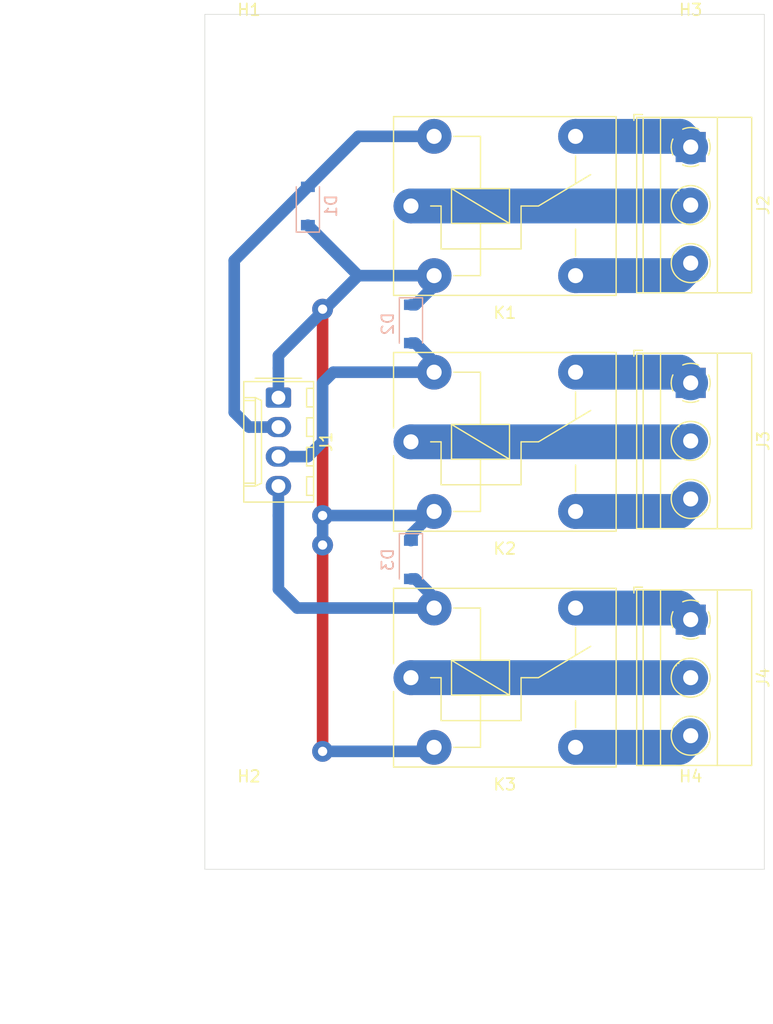
<source format=kicad_pcb>
(kicad_pcb (version 20171130) (host pcbnew 5.1.10-88a1d61d58~90~ubuntu20.04.1)

  (general
    (thickness 1.6)
    (drawings 21)
    (tracks 61)
    (zones 0)
    (modules 14)
    (nets 14)
  )

  (page A4)
  (layers
    (0 F.Cu signal)
    (31 B.Cu signal)
    (32 B.Adhes user)
    (33 F.Adhes user)
    (34 B.Paste user)
    (35 F.Paste user)
    (36 B.SilkS user)
    (37 F.SilkS user)
    (38 B.Mask user)
    (39 F.Mask user)
    (40 Dwgs.User user)
    (41 Cmts.User user)
    (42 Eco1.User user)
    (43 Eco2.User user)
    (44 Edge.Cuts user)
    (45 Margin user)
    (46 B.CrtYd user)
    (47 F.CrtYd user)
    (48 B.Fab user)
    (49 F.Fab user)
  )

  (setup
    (last_trace_width 1)
    (user_trace_width 0.8)
    (user_trace_width 1)
    (user_trace_width 1.5)
    (user_trace_width 3)
    (trace_clearance 0.4)
    (zone_clearance 0.508)
    (zone_45_only no)
    (trace_min 0.8)
    (via_size 1.2)
    (via_drill 0.8)
    (via_min_size 1)
    (via_min_drill 0.8)
    (user_via 1.8 0.8)
    (user_via 2.2 1)
    (uvia_size 0.3)
    (uvia_drill 0.1)
    (uvias_allowed no)
    (uvia_min_size 0.2)
    (uvia_min_drill 0.1)
    (edge_width 0.05)
    (segment_width 0.2)
    (pcb_text_width 0.3)
    (pcb_text_size 1.5 1.5)
    (mod_edge_width 0.12)
    (mod_text_size 1 1)
    (mod_text_width 0.15)
    (pad_size 1.524 1.524)
    (pad_drill 0.762)
    (pad_to_mask_clearance 0)
    (aux_axis_origin 76.2 127)
    (grid_origin 76.2 127)
    (visible_elements FFFFFF7F)
    (pcbplotparams
      (layerselection 0x01000_fffffffe)
      (usegerberextensions false)
      (usegerberattributes true)
      (usegerberadvancedattributes true)
      (creategerberjobfile true)
      (excludeedgelayer true)
      (linewidth 0.100000)
      (plotframeref false)
      (viasonmask false)
      (mode 1)
      (useauxorigin true)
      (hpglpennumber 1)
      (hpglpenspeed 20)
      (hpglpendiameter 15.000000)
      (psnegative false)
      (psa4output false)
      (plotreference true)
      (plotvalue true)
      (plotinvisibletext false)
      (padsonsilk false)
      (subtractmaskfromsilk false)
      (outputformat 1)
      (mirror false)
      (drillshape 0)
      (scaleselection 1)
      (outputdirectory "gerber/"))
  )

  (net 0 "")
  (net 1 "Net-(D1-Pad2)")
  (net 2 VCC)
  (net 3 "Net-(D2-Pad2)")
  (net 4 "Net-(D3-Pad2)")
  (net 5 "Net-(J2-Pad3)")
  (net 6 "Net-(J2-Pad2)")
  (net 7 "Net-(J2-Pad1)")
  (net 8 "Net-(J3-Pad3)")
  (net 9 "Net-(J3-Pad2)")
  (net 10 "Net-(J3-Pad1)")
  (net 11 "Net-(J4-Pad3)")
  (net 12 "Net-(J4-Pad2)")
  (net 13 "Net-(J4-Pad1)")

  (net_class Default "This is the default net class."
    (clearance 0.4)
    (trace_width 1)
    (via_dia 1.2)
    (via_drill 0.8)
    (uvia_dia 0.3)
    (uvia_drill 0.1)
    (diff_pair_width 0.8)
    (diff_pair_gap 0.25)
    (add_net "Net-(D1-Pad2)")
    (add_net "Net-(D2-Pad2)")
    (add_net "Net-(D3-Pad2)")
    (add_net "Net-(J2-Pad1)")
    (add_net "Net-(J2-Pad2)")
    (add_net "Net-(J2-Pad3)")
    (add_net "Net-(J3-Pad1)")
    (add_net "Net-(J3-Pad2)")
    (add_net "Net-(J3-Pad3)")
    (add_net "Net-(J4-Pad1)")
    (add_net "Net-(J4-Pad2)")
    (add_net "Net-(J4-Pad3)")
    (add_net VCC)
  )

  (module MountingHole:MountingHole_3.2mm_M3 (layer F.Cu) (tedit 56D1B4CB) (tstamp 63DED4C2)
    (at 118.11 123.19)
    (descr "Mounting Hole 3.2mm, no annular, M3")
    (tags "mounting hole 3.2mm no annular m3")
    (path /63EBA2C9)
    (attr virtual)
    (fp_text reference H4 (at 0 -4.2) (layer F.SilkS)
      (effects (font (size 1 1) (thickness 0.15)))
    )
    (fp_text value MountingHole (at 0 4.2) (layer F.Fab)
      (effects (font (size 1 1) (thickness 0.15)))
    )
    (fp_circle (center 0 0) (end 3.45 0) (layer F.CrtYd) (width 0.05))
    (fp_circle (center 0 0) (end 3.2 0) (layer Cmts.User) (width 0.15))
    (fp_text user %R (at 0.3 0) (layer F.Fab)
      (effects (font (size 1 1) (thickness 0.15)))
    )
    (pad 1 np_thru_hole circle (at 0 0) (size 3.2 3.2) (drill 3.2) (layers *.Cu *.Mask))
  )

  (module MountingHole:MountingHole_3.2mm_M3 (layer F.Cu) (tedit 56D1B4CB) (tstamp 63DED4BA)
    (at 118.11 57.15)
    (descr "Mounting Hole 3.2mm, no annular, M3")
    (tags "mounting hole 3.2mm no annular m3")
    (path /63EB9C70)
    (attr virtual)
    (fp_text reference H3 (at 0 -4.2) (layer F.SilkS)
      (effects (font (size 1 1) (thickness 0.15)))
    )
    (fp_text value MountingHole (at 0 4.2) (layer F.Fab)
      (effects (font (size 1 1) (thickness 0.15)))
    )
    (fp_circle (center 0 0) (end 3.45 0) (layer F.CrtYd) (width 0.05))
    (fp_circle (center 0 0) (end 3.2 0) (layer Cmts.User) (width 0.15))
    (fp_text user %R (at 0.3 0) (layer F.Fab)
      (effects (font (size 1 1) (thickness 0.15)))
    )
    (pad 1 np_thru_hole circle (at 0 0) (size 3.2 3.2) (drill 3.2) (layers *.Cu *.Mask))
  )

  (module MountingHole:MountingHole_3.2mm_M3 (layer F.Cu) (tedit 56D1B4CB) (tstamp 63DED4B2)
    (at 80.01 123.19)
    (descr "Mounting Hole 3.2mm, no annular, M3")
    (tags "mounting hole 3.2mm no annular m3")
    (path /63EB9EFC)
    (attr virtual)
    (fp_text reference H2 (at 0 -4.2) (layer F.SilkS)
      (effects (font (size 1 1) (thickness 0.15)))
    )
    (fp_text value MountingHole (at 0 4.2) (layer F.Fab)
      (effects (font (size 1 1) (thickness 0.15)))
    )
    (fp_circle (center 0 0) (end 3.45 0) (layer F.CrtYd) (width 0.05))
    (fp_circle (center 0 0) (end 3.2 0) (layer Cmts.User) (width 0.15))
    (fp_text user %R (at 0.3 0) (layer F.Fab)
      (effects (font (size 1 1) (thickness 0.15)))
    )
    (pad 1 np_thru_hole circle (at 0 0) (size 3.2 3.2) (drill 3.2) (layers *.Cu *.Mask))
  )

  (module MountingHole:MountingHole_3.2mm_M3 (layer F.Cu) (tedit 56D1B4CB) (tstamp 63DED4AA)
    (at 80.01 57.15)
    (descr "Mounting Hole 3.2mm, no annular, M3")
    (tags "mounting hole 3.2mm no annular m3")
    (path /63EB914A)
    (attr virtual)
    (fp_text reference H1 (at 0 -4.2) (layer F.SilkS)
      (effects (font (size 1 1) (thickness 0.15)))
    )
    (fp_text value MountingHole (at 0 4.2) (layer F.Fab)
      (effects (font (size 1 1) (thickness 0.15)))
    )
    (fp_circle (center 0 0) (end 3.45 0) (layer F.CrtYd) (width 0.05))
    (fp_circle (center 0 0) (end 3.2 0) (layer Cmts.User) (width 0.15))
    (fp_text user %R (at 0.3 0) (layer F.Fab)
      (effects (font (size 1 1) (thickness 0.15)))
    )
    (pad 1 np_thru_hole circle (at 0 0) (size 3.2 3.2) (drill 3.2) (layers *.Cu *.Mask))
  )

  (module Relay_THT:Relay_SPDT_Finder_36.11 (layer F.Cu) (tedit 5D3F5A07) (tstamp 63DECEAD)
    (at 93.98 110.49)
    (descr "FINDER 36.11, SPDT relay, 10A, https://gfinder.findernet.com/public/attachments/36/EN/S36EN.pdf")
    (tags "spdt relay")
    (path /63E821CD)
    (fp_text reference K3 (at 8.1 9.2) (layer F.SilkS)
      (effects (font (size 1 1) (thickness 0.15)))
    )
    (fp_text value LEG-12F (at 8 -9.6) (layer F.Fab)
      (effects (font (size 1 1) (thickness 0.15)))
    )
    (fp_line (start 8.5 1.5) (end 3.5 1.5) (layer F.SilkS) (width 0.12))
    (fp_line (start 8.5 -1.5) (end 8.5 1.5) (layer F.SilkS) (width 0.12))
    (fp_line (start 3.5 -1.5) (end 8.5 -1.5) (layer F.SilkS) (width 0.12))
    (fp_line (start 3.5 1.5) (end 3.5 -1.5) (layer F.SilkS) (width 0.12))
    (fp_line (start 8.5 1.5) (end 3.5 -1.5) (layer F.SilkS) (width 0.12))
    (fp_line (start 6 1.5) (end 6 6) (layer F.SilkS) (width 0.12))
    (fp_line (start 6 -6) (end 6 -1.5) (layer F.SilkS) (width 0.12))
    (fp_line (start 2.6 0) (end 2.6 3.7) (layer F.SilkS) (width 0.12))
    (fp_line (start 9.5 0) (end 9.5 3.7) (layer F.SilkS) (width 0.12))
    (fp_line (start 9.5 3.7) (end 2.6 3.7) (layer F.SilkS) (width 0.12))
    (fp_line (start 11 0) (end 15.5 -2.7) (layer F.SilkS) (width 0.12))
    (fp_line (start 9.5 0) (end 11 0) (layer F.SilkS) (width 0.12))
    (fp_line (start 6 -6) (end 3.7 -6) (layer F.SilkS) (width 0.12))
    (fp_line (start 2.6 0) (end 1.7 0) (layer F.SilkS) (width 0.12))
    (fp_line (start 3.7 6) (end 6 6) (layer F.SilkS) (width 0.12))
    (fp_line (start 14.2 -4.3) (end 14.2 -2) (layer F.SilkS) (width 0.12))
    (fp_line (start 14.2 4.3) (end 14.2 2) (layer F.SilkS) (width 0.12))
    (fp_line (start -1.75 7.85) (end 17.85 7.85) (layer F.CrtYd) (width 0.05))
    (fp_line (start 17.85 -7.85) (end 17.85 7.85) (layer F.CrtYd) (width 0.05))
    (fp_line (start -1.75 7.85) (end -1.75 -7.85) (layer F.CrtYd) (width 0.05))
    (fp_line (start 17.85 -7.85) (end -1.75 -7.85) (layer F.CrtYd) (width 0.05))
    (fp_line (start -1.4 7.6) (end -1.4 -7.6) (layer F.Fab) (width 0.1))
    (fp_line (start 17.6 7.6) (end -1.4 7.6) (layer F.Fab) (width 0.1))
    (fp_line (start 17.6 -7.6) (end 17.6 7.6) (layer F.Fab) (width 0.1))
    (fp_line (start -1.4 -7.6) (end 17.6 -7.6) (layer F.Fab) (width 0.1))
    (fp_line (start 17.7 7.7) (end -1.5 7.7) (layer F.SilkS) (width 0.12))
    (fp_line (start 17.7 -7.7) (end 17.7 7.7) (layer F.SilkS) (width 0.12))
    (fp_line (start -1.5 -7.7) (end 17.7 -7.7) (layer F.SilkS) (width 0.12))
    (fp_line (start -1.5 -7.7) (end -1.5 -1.2) (layer F.SilkS) (width 0.12))
    (fp_line (start -1.5 1.2) (end -1.5 7.7) (layer F.SilkS) (width 0.12))
    (fp_text user %R (at 7.1 0.025) (layer F.Fab)
      (effects (font (size 1 1) (thickness 0.15)))
    )
    (pad 11 thru_hole circle (at 0 0) (size 3 3) (drill 1.3) (layers *.Cu *.Mask)
      (net 12 "Net-(J4-Pad2)"))
    (pad A2 thru_hole circle (at 2 -6) (size 3 3) (drill 1.3) (layers *.Cu *.Mask)
      (net 4 "Net-(D3-Pad2)"))
    (pad 12 thru_hole circle (at 14.2 -6) (size 3 3) (drill 1.3) (layers *.Cu *.Mask)
      (net 13 "Net-(J4-Pad1)"))
    (pad 14 thru_hole circle (at 14.2 6) (size 3 3) (drill 1.3) (layers *.Cu *.Mask)
      (net 11 "Net-(J4-Pad3)"))
    (pad A1 thru_hole circle (at 2 6) (size 3 3) (drill 1.3) (layers *.Cu *.Mask)
      (net 2 VCC))
    (model ${KISYS3DMOD}/Relay_THT.3dshapes/Relay_SPDT_Finder_36.11.wrl
      (at (xyz 0 0 0))
      (scale (xyz 1 1 1))
      (rotate (xyz 0 0 0))
    )
  )

  (module Relay_THT:Relay_SPDT_Finder_36.11 (layer F.Cu) (tedit 5D3F5A07) (tstamp 63DECBEC)
    (at 93.98 90.17)
    (descr "FINDER 36.11, SPDT relay, 10A, https://gfinder.findernet.com/public/attachments/36/EN/S36EN.pdf")
    (tags "spdt relay")
    (path /63E800E6)
    (fp_text reference K2 (at 8.1 9.2) (layer F.SilkS)
      (effects (font (size 1 1) (thickness 0.15)))
    )
    (fp_text value LEG-12F (at 8 -9.6) (layer F.Fab)
      (effects (font (size 1 1) (thickness 0.15)))
    )
    (fp_line (start 8.5 1.5) (end 3.5 1.5) (layer F.SilkS) (width 0.12))
    (fp_line (start 8.5 -1.5) (end 8.5 1.5) (layer F.SilkS) (width 0.12))
    (fp_line (start 3.5 -1.5) (end 8.5 -1.5) (layer F.SilkS) (width 0.12))
    (fp_line (start 3.5 1.5) (end 3.5 -1.5) (layer F.SilkS) (width 0.12))
    (fp_line (start 8.5 1.5) (end 3.5 -1.5) (layer F.SilkS) (width 0.12))
    (fp_line (start 6 1.5) (end 6 6) (layer F.SilkS) (width 0.12))
    (fp_line (start 6 -6) (end 6 -1.5) (layer F.SilkS) (width 0.12))
    (fp_line (start 2.6 0) (end 2.6 3.7) (layer F.SilkS) (width 0.12))
    (fp_line (start 9.5 0) (end 9.5 3.7) (layer F.SilkS) (width 0.12))
    (fp_line (start 9.5 3.7) (end 2.6 3.7) (layer F.SilkS) (width 0.12))
    (fp_line (start 11 0) (end 15.5 -2.7) (layer F.SilkS) (width 0.12))
    (fp_line (start 9.5 0) (end 11 0) (layer F.SilkS) (width 0.12))
    (fp_line (start 6 -6) (end 3.7 -6) (layer F.SilkS) (width 0.12))
    (fp_line (start 2.6 0) (end 1.7 0) (layer F.SilkS) (width 0.12))
    (fp_line (start 3.7 6) (end 6 6) (layer F.SilkS) (width 0.12))
    (fp_line (start 14.2 -4.3) (end 14.2 -2) (layer F.SilkS) (width 0.12))
    (fp_line (start 14.2 4.3) (end 14.2 2) (layer F.SilkS) (width 0.12))
    (fp_line (start -1.75 7.85) (end 17.85 7.85) (layer F.CrtYd) (width 0.05))
    (fp_line (start 17.85 -7.85) (end 17.85 7.85) (layer F.CrtYd) (width 0.05))
    (fp_line (start -1.75 7.85) (end -1.75 -7.85) (layer F.CrtYd) (width 0.05))
    (fp_line (start 17.85 -7.85) (end -1.75 -7.85) (layer F.CrtYd) (width 0.05))
    (fp_line (start -1.4 7.6) (end -1.4 -7.6) (layer F.Fab) (width 0.1))
    (fp_line (start 17.6 7.6) (end -1.4 7.6) (layer F.Fab) (width 0.1))
    (fp_line (start 17.6 -7.6) (end 17.6 7.6) (layer F.Fab) (width 0.1))
    (fp_line (start -1.4 -7.6) (end 17.6 -7.6) (layer F.Fab) (width 0.1))
    (fp_line (start 17.7 7.7) (end -1.5 7.7) (layer F.SilkS) (width 0.12))
    (fp_line (start 17.7 -7.7) (end 17.7 7.7) (layer F.SilkS) (width 0.12))
    (fp_line (start -1.5 -7.7) (end 17.7 -7.7) (layer F.SilkS) (width 0.12))
    (fp_line (start -1.5 -7.7) (end -1.5 -1.2) (layer F.SilkS) (width 0.12))
    (fp_line (start -1.5 1.2) (end -1.5 7.7) (layer F.SilkS) (width 0.12))
    (fp_text user %R (at 7.1 0.025) (layer F.Fab)
      (effects (font (size 1 1) (thickness 0.15)))
    )
    (pad 11 thru_hole circle (at 0 0) (size 3 3) (drill 1.3) (layers *.Cu *.Mask)
      (net 9 "Net-(J3-Pad2)"))
    (pad A2 thru_hole circle (at 2 -6) (size 3 3) (drill 1.3) (layers *.Cu *.Mask)
      (net 3 "Net-(D2-Pad2)"))
    (pad 12 thru_hole circle (at 14.2 -6) (size 3 3) (drill 1.3) (layers *.Cu *.Mask)
      (net 10 "Net-(J3-Pad1)"))
    (pad 14 thru_hole circle (at 14.2 6) (size 3 3) (drill 1.3) (layers *.Cu *.Mask)
      (net 8 "Net-(J3-Pad3)"))
    (pad A1 thru_hole circle (at 2 6) (size 3 3) (drill 1.3) (layers *.Cu *.Mask)
      (net 2 VCC))
    (model ${KISYS3DMOD}/Relay_THT.3dshapes/Relay_SPDT_Finder_36.11.wrl
      (at (xyz 0 0 0))
      (scale (xyz 1 1 1))
      (rotate (xyz 0 0 0))
    )
  )

  (module Relay_THT:Relay_SPDT_Finder_36.11 (layer F.Cu) (tedit 5D3F5A07) (tstamp 63DECD8D)
    (at 93.98 69.85)
    (descr "FINDER 36.11, SPDT relay, 10A, https://gfinder.findernet.com/public/attachments/36/EN/S36EN.pdf")
    (tags "spdt relay")
    (path /63E7662C)
    (fp_text reference K1 (at 8.1 9.2) (layer F.SilkS)
      (effects (font (size 1 1) (thickness 0.15)))
    )
    (fp_text value LEG-12F (at 8 -9.6) (layer F.Fab)
      (effects (font (size 1 1) (thickness 0.15)))
    )
    (fp_line (start 8.5 1.5) (end 3.5 1.5) (layer F.SilkS) (width 0.12))
    (fp_line (start 8.5 -1.5) (end 8.5 1.5) (layer F.SilkS) (width 0.12))
    (fp_line (start 3.5 -1.5) (end 8.5 -1.5) (layer F.SilkS) (width 0.12))
    (fp_line (start 3.5 1.5) (end 3.5 -1.5) (layer F.SilkS) (width 0.12))
    (fp_line (start 8.5 1.5) (end 3.5 -1.5) (layer F.SilkS) (width 0.12))
    (fp_line (start 6 1.5) (end 6 6) (layer F.SilkS) (width 0.12))
    (fp_line (start 6 -6) (end 6 -1.5) (layer F.SilkS) (width 0.12))
    (fp_line (start 2.6 0) (end 2.6 3.7) (layer F.SilkS) (width 0.12))
    (fp_line (start 9.5 0) (end 9.5 3.7) (layer F.SilkS) (width 0.12))
    (fp_line (start 9.5 3.7) (end 2.6 3.7) (layer F.SilkS) (width 0.12))
    (fp_line (start 11 0) (end 15.5 -2.7) (layer F.SilkS) (width 0.12))
    (fp_line (start 9.5 0) (end 11 0) (layer F.SilkS) (width 0.12))
    (fp_line (start 6 -6) (end 3.7 -6) (layer F.SilkS) (width 0.12))
    (fp_line (start 2.6 0) (end 1.7 0) (layer F.SilkS) (width 0.12))
    (fp_line (start 3.7 6) (end 6 6) (layer F.SilkS) (width 0.12))
    (fp_line (start 14.2 -4.3) (end 14.2 -2) (layer F.SilkS) (width 0.12))
    (fp_line (start 14.2 4.3) (end 14.2 2) (layer F.SilkS) (width 0.12))
    (fp_line (start -1.75 7.85) (end 17.85 7.85) (layer F.CrtYd) (width 0.05))
    (fp_line (start 17.85 -7.85) (end 17.85 7.85) (layer F.CrtYd) (width 0.05))
    (fp_line (start -1.75 7.85) (end -1.75 -7.85) (layer F.CrtYd) (width 0.05))
    (fp_line (start 17.85 -7.85) (end -1.75 -7.85) (layer F.CrtYd) (width 0.05))
    (fp_line (start -1.4 7.6) (end -1.4 -7.6) (layer F.Fab) (width 0.1))
    (fp_line (start 17.6 7.6) (end -1.4 7.6) (layer F.Fab) (width 0.1))
    (fp_line (start 17.6 -7.6) (end 17.6 7.6) (layer F.Fab) (width 0.1))
    (fp_line (start -1.4 -7.6) (end 17.6 -7.6) (layer F.Fab) (width 0.1))
    (fp_line (start 17.7 7.7) (end -1.5 7.7) (layer F.SilkS) (width 0.12))
    (fp_line (start 17.7 -7.7) (end 17.7 7.7) (layer F.SilkS) (width 0.12))
    (fp_line (start -1.5 -7.7) (end 17.7 -7.7) (layer F.SilkS) (width 0.12))
    (fp_line (start -1.5 -7.7) (end -1.5 -1.2) (layer F.SilkS) (width 0.12))
    (fp_line (start -1.5 1.2) (end -1.5 7.7) (layer F.SilkS) (width 0.12))
    (fp_text user %R (at 7.1 0.025) (layer F.Fab)
      (effects (font (size 1 1) (thickness 0.15)))
    )
    (pad 11 thru_hole circle (at 0 0) (size 3 3) (drill 1.3) (layers *.Cu *.Mask)
      (net 6 "Net-(J2-Pad2)"))
    (pad A2 thru_hole circle (at 2 -6) (size 3 3) (drill 1.3) (layers *.Cu *.Mask)
      (net 1 "Net-(D1-Pad2)"))
    (pad 12 thru_hole circle (at 14.2 -6) (size 3 3) (drill 1.3) (layers *.Cu *.Mask)
      (net 7 "Net-(J2-Pad1)"))
    (pad 14 thru_hole circle (at 14.2 6) (size 3 3) (drill 1.3) (layers *.Cu *.Mask)
      (net 5 "Net-(J2-Pad3)"))
    (pad A1 thru_hole circle (at 2 6) (size 3 3) (drill 1.3) (layers *.Cu *.Mask)
      (net 2 VCC))
    (model ${KISYS3DMOD}/Relay_THT.3dshapes/Relay_SPDT_Finder_36.11.wrl
      (at (xyz 0 0 0))
      (scale (xyz 1 1 1))
      (rotate (xyz 0 0 0))
    )
  )

  (module TerminalBlock_Phoenix:TerminalBlock_Phoenix_MKDS-1,5-3_1x03_P5.00mm_Horizontal (layer F.Cu) (tedit 5B294EE5) (tstamp 63DEB920)
    (at 118.11 105.49 270)
    (descr "Terminal Block Phoenix MKDS-1,5-3, 3 pins, pitch 5mm, size 15x9.8mm^2, drill diamater 1.3mm, pad diameter 2.6mm, see http://www.farnell.com/datasheets/100425.pdf, script-generated using https://github.com/pointhi/kicad-footprint-generator/scripts/TerminalBlock_Phoenix")
    (tags "THT Terminal Block Phoenix MKDS-1,5-3 pitch 5mm size 15x9.8mm^2 drill 1.3mm pad 2.6mm")
    (path /63E821BB)
    (fp_text reference J4 (at 5 -6.26 90) (layer F.SilkS)
      (effects (font (size 1 1) (thickness 0.15)))
    )
    (fp_text value Screw_Terminal_01x03 (at 5 5.66 90) (layer F.Fab)
      (effects (font (size 1 1) (thickness 0.15)))
    )
    (fp_line (start 13 -5.71) (end -3 -5.71) (layer F.CrtYd) (width 0.05))
    (fp_line (start 13 5.1) (end 13 -5.71) (layer F.CrtYd) (width 0.05))
    (fp_line (start -3 5.1) (end 13 5.1) (layer F.CrtYd) (width 0.05))
    (fp_line (start -3 -5.71) (end -3 5.1) (layer F.CrtYd) (width 0.05))
    (fp_line (start -2.8 4.9) (end -2.3 4.9) (layer F.SilkS) (width 0.12))
    (fp_line (start -2.8 4.16) (end -2.8 4.9) (layer F.SilkS) (width 0.12))
    (fp_line (start 8.773 1.023) (end 8.726 1.069) (layer F.SilkS) (width 0.12))
    (fp_line (start 11.07 -1.275) (end 11.035 -1.239) (layer F.SilkS) (width 0.12))
    (fp_line (start 8.966 1.239) (end 8.931 1.274) (layer F.SilkS) (width 0.12))
    (fp_line (start 11.275 -1.069) (end 11.228 -1.023) (layer F.SilkS) (width 0.12))
    (fp_line (start 10.955 -1.138) (end 8.863 0.955) (layer F.Fab) (width 0.1))
    (fp_line (start 11.138 -0.955) (end 9.046 1.138) (layer F.Fab) (width 0.1))
    (fp_line (start 3.773 1.023) (end 3.726 1.069) (layer F.SilkS) (width 0.12))
    (fp_line (start 6.07 -1.275) (end 6.035 -1.239) (layer F.SilkS) (width 0.12))
    (fp_line (start 3.966 1.239) (end 3.931 1.274) (layer F.SilkS) (width 0.12))
    (fp_line (start 6.275 -1.069) (end 6.228 -1.023) (layer F.SilkS) (width 0.12))
    (fp_line (start 5.955 -1.138) (end 3.863 0.955) (layer F.Fab) (width 0.1))
    (fp_line (start 6.138 -0.955) (end 4.046 1.138) (layer F.Fab) (width 0.1))
    (fp_line (start 0.955 -1.138) (end -1.138 0.955) (layer F.Fab) (width 0.1))
    (fp_line (start 1.138 -0.955) (end -0.955 1.138) (layer F.Fab) (width 0.1))
    (fp_line (start 12.56 -5.261) (end 12.56 4.66) (layer F.SilkS) (width 0.12))
    (fp_line (start -2.56 -5.261) (end -2.56 4.66) (layer F.SilkS) (width 0.12))
    (fp_line (start -2.56 4.66) (end 12.56 4.66) (layer F.SilkS) (width 0.12))
    (fp_line (start -2.56 -5.261) (end 12.56 -5.261) (layer F.SilkS) (width 0.12))
    (fp_line (start -2.56 -2.301) (end 12.56 -2.301) (layer F.SilkS) (width 0.12))
    (fp_line (start -2.5 -2.3) (end 12.5 -2.3) (layer F.Fab) (width 0.1))
    (fp_line (start -2.56 2.6) (end 12.56 2.6) (layer F.SilkS) (width 0.12))
    (fp_line (start -2.5 2.6) (end 12.5 2.6) (layer F.Fab) (width 0.1))
    (fp_line (start -2.56 4.1) (end 12.56 4.1) (layer F.SilkS) (width 0.12))
    (fp_line (start -2.5 4.1) (end 12.5 4.1) (layer F.Fab) (width 0.1))
    (fp_line (start -2.5 4.1) (end -2.5 -5.2) (layer F.Fab) (width 0.1))
    (fp_line (start -2 4.6) (end -2.5 4.1) (layer F.Fab) (width 0.1))
    (fp_line (start 12.5 4.6) (end -2 4.6) (layer F.Fab) (width 0.1))
    (fp_line (start 12.5 -5.2) (end 12.5 4.6) (layer F.Fab) (width 0.1))
    (fp_line (start -2.5 -5.2) (end 12.5 -5.2) (layer F.Fab) (width 0.1))
    (fp_circle (center 10 0) (end 11.68 0) (layer F.SilkS) (width 0.12))
    (fp_circle (center 10 0) (end 11.5 0) (layer F.Fab) (width 0.1))
    (fp_circle (center 5 0) (end 6.68 0) (layer F.SilkS) (width 0.12))
    (fp_circle (center 5 0) (end 6.5 0) (layer F.Fab) (width 0.1))
    (fp_circle (center 0 0) (end 1.5 0) (layer F.Fab) (width 0.1))
    (fp_text user %R (at 5 3.2 90) (layer F.Fab)
      (effects (font (size 1 1) (thickness 0.15)))
    )
    (fp_arc (start 0 0) (end -0.684 1.535) (angle -25) (layer F.SilkS) (width 0.12))
    (fp_arc (start 0 0) (end -1.535 -0.684) (angle -48) (layer F.SilkS) (width 0.12))
    (fp_arc (start 0 0) (end 0.684 -1.535) (angle -48) (layer F.SilkS) (width 0.12))
    (fp_arc (start 0 0) (end 1.535 0.684) (angle -48) (layer F.SilkS) (width 0.12))
    (fp_arc (start 0 0) (end 0 1.68) (angle -24) (layer F.SilkS) (width 0.12))
    (pad 3 thru_hole circle (at 10 0 270) (size 2.6 2.6) (drill 1.3) (layers *.Cu *.Mask)
      (net 11 "Net-(J4-Pad3)"))
    (pad 2 thru_hole circle (at 5 0 270) (size 2.6 2.6) (drill 1.3) (layers *.Cu *.Mask)
      (net 12 "Net-(J4-Pad2)"))
    (pad 1 thru_hole rect (at 0 0 270) (size 2.6 2.6) (drill 1.3) (layers *.Cu *.Mask)
      (net 13 "Net-(J4-Pad1)"))
    (model ${KISYS3DMOD}/TerminalBlock_Phoenix.3dshapes/TerminalBlock_Phoenix_MKDS-1,5-3_1x03_P5.00mm_Horizontal.wrl
      (at (xyz 0 0 0))
      (scale (xyz 1 1 1))
      (rotate (xyz 0 0 0))
    )
  )

  (module TerminalBlock_Phoenix:TerminalBlock_Phoenix_MKDS-1,5-3_1x03_P5.00mm_Horizontal (layer F.Cu) (tedit 5B294EE5) (tstamp 63DEB8EB)
    (at 118.11 85.09 270)
    (descr "Terminal Block Phoenix MKDS-1,5-3, 3 pins, pitch 5mm, size 15x9.8mm^2, drill diamater 1.3mm, pad diameter 2.6mm, see http://www.farnell.com/datasheets/100425.pdf, script-generated using https://github.com/pointhi/kicad-footprint-generator/scripts/TerminalBlock_Phoenix")
    (tags "THT Terminal Block Phoenix MKDS-1,5-3 pitch 5mm size 15x9.8mm^2 drill 1.3mm pad 2.6mm")
    (path /63E800D4)
    (fp_text reference J3 (at 5 -6.26 90) (layer F.SilkS)
      (effects (font (size 1 1) (thickness 0.15)))
    )
    (fp_text value Screw_Terminal_01x03 (at 5 5.66 90) (layer F.Fab)
      (effects (font (size 1 1) (thickness 0.15)))
    )
    (fp_line (start 13 -5.71) (end -3 -5.71) (layer F.CrtYd) (width 0.05))
    (fp_line (start 13 5.1) (end 13 -5.71) (layer F.CrtYd) (width 0.05))
    (fp_line (start -3 5.1) (end 13 5.1) (layer F.CrtYd) (width 0.05))
    (fp_line (start -3 -5.71) (end -3 5.1) (layer F.CrtYd) (width 0.05))
    (fp_line (start -2.8 4.9) (end -2.3 4.9) (layer F.SilkS) (width 0.12))
    (fp_line (start -2.8 4.16) (end -2.8 4.9) (layer F.SilkS) (width 0.12))
    (fp_line (start 8.773 1.023) (end 8.726 1.069) (layer F.SilkS) (width 0.12))
    (fp_line (start 11.07 -1.275) (end 11.035 -1.239) (layer F.SilkS) (width 0.12))
    (fp_line (start 8.966 1.239) (end 8.931 1.274) (layer F.SilkS) (width 0.12))
    (fp_line (start 11.275 -1.069) (end 11.228 -1.023) (layer F.SilkS) (width 0.12))
    (fp_line (start 10.955 -1.138) (end 8.863 0.955) (layer F.Fab) (width 0.1))
    (fp_line (start 11.138 -0.955) (end 9.046 1.138) (layer F.Fab) (width 0.1))
    (fp_line (start 3.773 1.023) (end 3.726 1.069) (layer F.SilkS) (width 0.12))
    (fp_line (start 6.07 -1.275) (end 6.035 -1.239) (layer F.SilkS) (width 0.12))
    (fp_line (start 3.966 1.239) (end 3.931 1.274) (layer F.SilkS) (width 0.12))
    (fp_line (start 6.275 -1.069) (end 6.228 -1.023) (layer F.SilkS) (width 0.12))
    (fp_line (start 5.955 -1.138) (end 3.863 0.955) (layer F.Fab) (width 0.1))
    (fp_line (start 6.138 -0.955) (end 4.046 1.138) (layer F.Fab) (width 0.1))
    (fp_line (start 0.955 -1.138) (end -1.138 0.955) (layer F.Fab) (width 0.1))
    (fp_line (start 1.138 -0.955) (end -0.955 1.138) (layer F.Fab) (width 0.1))
    (fp_line (start 12.56 -5.261) (end 12.56 4.66) (layer F.SilkS) (width 0.12))
    (fp_line (start -2.56 -5.261) (end -2.56 4.66) (layer F.SilkS) (width 0.12))
    (fp_line (start -2.56 4.66) (end 12.56 4.66) (layer F.SilkS) (width 0.12))
    (fp_line (start -2.56 -5.261) (end 12.56 -5.261) (layer F.SilkS) (width 0.12))
    (fp_line (start -2.56 -2.301) (end 12.56 -2.301) (layer F.SilkS) (width 0.12))
    (fp_line (start -2.5 -2.3) (end 12.5 -2.3) (layer F.Fab) (width 0.1))
    (fp_line (start -2.56 2.6) (end 12.56 2.6) (layer F.SilkS) (width 0.12))
    (fp_line (start -2.5 2.6) (end 12.5 2.6) (layer F.Fab) (width 0.1))
    (fp_line (start -2.56 4.1) (end 12.56 4.1) (layer F.SilkS) (width 0.12))
    (fp_line (start -2.5 4.1) (end 12.5 4.1) (layer F.Fab) (width 0.1))
    (fp_line (start -2.5 4.1) (end -2.5 -5.2) (layer F.Fab) (width 0.1))
    (fp_line (start -2 4.6) (end -2.5 4.1) (layer F.Fab) (width 0.1))
    (fp_line (start 12.5 4.6) (end -2 4.6) (layer F.Fab) (width 0.1))
    (fp_line (start 12.5 -5.2) (end 12.5 4.6) (layer F.Fab) (width 0.1))
    (fp_line (start -2.5 -5.2) (end 12.5 -5.2) (layer F.Fab) (width 0.1))
    (fp_circle (center 10 0) (end 11.68 0) (layer F.SilkS) (width 0.12))
    (fp_circle (center 10 0) (end 11.5 0) (layer F.Fab) (width 0.1))
    (fp_circle (center 5 0) (end 6.68 0) (layer F.SilkS) (width 0.12))
    (fp_circle (center 5 0) (end 6.5 0) (layer F.Fab) (width 0.1))
    (fp_circle (center 0 0) (end 1.5 0) (layer F.Fab) (width 0.1))
    (fp_text user %R (at 5 3.2 90) (layer F.Fab)
      (effects (font (size 1 1) (thickness 0.15)))
    )
    (fp_arc (start 0 0) (end -0.684 1.535) (angle -25) (layer F.SilkS) (width 0.12))
    (fp_arc (start 0 0) (end -1.535 -0.684) (angle -48) (layer F.SilkS) (width 0.12))
    (fp_arc (start 0 0) (end 0.684 -1.535) (angle -48) (layer F.SilkS) (width 0.12))
    (fp_arc (start 0 0) (end 1.535 0.684) (angle -48) (layer F.SilkS) (width 0.12))
    (fp_arc (start 0 0) (end 0 1.68) (angle -24) (layer F.SilkS) (width 0.12))
    (pad 3 thru_hole circle (at 10 0 270) (size 2.6 2.6) (drill 1.3) (layers *.Cu *.Mask)
      (net 8 "Net-(J3-Pad3)"))
    (pad 2 thru_hole circle (at 5 0 270) (size 2.6 2.6) (drill 1.3) (layers *.Cu *.Mask)
      (net 9 "Net-(J3-Pad2)"))
    (pad 1 thru_hole rect (at 0 0 270) (size 2.6 2.6) (drill 1.3) (layers *.Cu *.Mask)
      (net 10 "Net-(J3-Pad1)"))
    (model ${KISYS3DMOD}/TerminalBlock_Phoenix.3dshapes/TerminalBlock_Phoenix_MKDS-1,5-3_1x03_P5.00mm_Horizontal.wrl
      (at (xyz 0 0 0))
      (scale (xyz 1 1 1))
      (rotate (xyz 0 0 0))
    )
  )

  (module TerminalBlock_Phoenix:TerminalBlock_Phoenix_MKDS-1,5-3_1x03_P5.00mm_Horizontal (layer F.Cu) (tedit 5B294EE5) (tstamp 63DEB8B6)
    (at 118.11 64.77 270)
    (descr "Terminal Block Phoenix MKDS-1,5-3, 3 pins, pitch 5mm, size 15x9.8mm^2, drill diamater 1.3mm, pad diameter 2.6mm, see http://www.farnell.com/datasheets/100425.pdf, script-generated using https://github.com/pointhi/kicad-footprint-generator/scripts/TerminalBlock_Phoenix")
    (tags "THT Terminal Block Phoenix MKDS-1,5-3 pitch 5mm size 15x9.8mm^2 drill 1.3mm pad 2.6mm")
    (path /63E79BA0)
    (fp_text reference J2 (at 5 -6.26 90) (layer F.SilkS)
      (effects (font (size 1 1) (thickness 0.15)))
    )
    (fp_text value Screw_Terminal_01x03 (at 5 5.66 90) (layer F.Fab)
      (effects (font (size 1 1) (thickness 0.15)))
    )
    (fp_line (start 13 -5.71) (end -3 -5.71) (layer F.CrtYd) (width 0.05))
    (fp_line (start 13 5.1) (end 13 -5.71) (layer F.CrtYd) (width 0.05))
    (fp_line (start -3 5.1) (end 13 5.1) (layer F.CrtYd) (width 0.05))
    (fp_line (start -3 -5.71) (end -3 5.1) (layer F.CrtYd) (width 0.05))
    (fp_line (start -2.8 4.9) (end -2.3 4.9) (layer F.SilkS) (width 0.12))
    (fp_line (start -2.8 4.16) (end -2.8 4.9) (layer F.SilkS) (width 0.12))
    (fp_line (start 8.773 1.023) (end 8.726 1.069) (layer F.SilkS) (width 0.12))
    (fp_line (start 11.07 -1.275) (end 11.035 -1.239) (layer F.SilkS) (width 0.12))
    (fp_line (start 8.966 1.239) (end 8.931 1.274) (layer F.SilkS) (width 0.12))
    (fp_line (start 11.275 -1.069) (end 11.228 -1.023) (layer F.SilkS) (width 0.12))
    (fp_line (start 10.955 -1.138) (end 8.863 0.955) (layer F.Fab) (width 0.1))
    (fp_line (start 11.138 -0.955) (end 9.046 1.138) (layer F.Fab) (width 0.1))
    (fp_line (start 3.773 1.023) (end 3.726 1.069) (layer F.SilkS) (width 0.12))
    (fp_line (start 6.07 -1.275) (end 6.035 -1.239) (layer F.SilkS) (width 0.12))
    (fp_line (start 3.966 1.239) (end 3.931 1.274) (layer F.SilkS) (width 0.12))
    (fp_line (start 6.275 -1.069) (end 6.228 -1.023) (layer F.SilkS) (width 0.12))
    (fp_line (start 5.955 -1.138) (end 3.863 0.955) (layer F.Fab) (width 0.1))
    (fp_line (start 6.138 -0.955) (end 4.046 1.138) (layer F.Fab) (width 0.1))
    (fp_line (start 0.955 -1.138) (end -1.138 0.955) (layer F.Fab) (width 0.1))
    (fp_line (start 1.138 -0.955) (end -0.955 1.138) (layer F.Fab) (width 0.1))
    (fp_line (start 12.56 -5.261) (end 12.56 4.66) (layer F.SilkS) (width 0.12))
    (fp_line (start -2.56 -5.261) (end -2.56 4.66) (layer F.SilkS) (width 0.12))
    (fp_line (start -2.56 4.66) (end 12.56 4.66) (layer F.SilkS) (width 0.12))
    (fp_line (start -2.56 -5.261) (end 12.56 -5.261) (layer F.SilkS) (width 0.12))
    (fp_line (start -2.56 -2.301) (end 12.56 -2.301) (layer F.SilkS) (width 0.12))
    (fp_line (start -2.5 -2.3) (end 12.5 -2.3) (layer F.Fab) (width 0.1))
    (fp_line (start -2.56 2.6) (end 12.56 2.6) (layer F.SilkS) (width 0.12))
    (fp_line (start -2.5 2.6) (end 12.5 2.6) (layer F.Fab) (width 0.1))
    (fp_line (start -2.56 4.1) (end 12.56 4.1) (layer F.SilkS) (width 0.12))
    (fp_line (start -2.5 4.1) (end 12.5 4.1) (layer F.Fab) (width 0.1))
    (fp_line (start -2.5 4.1) (end -2.5 -5.2) (layer F.Fab) (width 0.1))
    (fp_line (start -2 4.6) (end -2.5 4.1) (layer F.Fab) (width 0.1))
    (fp_line (start 12.5 4.6) (end -2 4.6) (layer F.Fab) (width 0.1))
    (fp_line (start 12.5 -5.2) (end 12.5 4.6) (layer F.Fab) (width 0.1))
    (fp_line (start -2.5 -5.2) (end 12.5 -5.2) (layer F.Fab) (width 0.1))
    (fp_circle (center 10 0) (end 11.68 0) (layer F.SilkS) (width 0.12))
    (fp_circle (center 10 0) (end 11.5 0) (layer F.Fab) (width 0.1))
    (fp_circle (center 5 0) (end 6.68 0) (layer F.SilkS) (width 0.12))
    (fp_circle (center 5 0) (end 6.5 0) (layer F.Fab) (width 0.1))
    (fp_circle (center 0 0) (end 1.5 0) (layer F.Fab) (width 0.1))
    (fp_text user %R (at 5 3.2 90) (layer F.Fab)
      (effects (font (size 1 1) (thickness 0.15)))
    )
    (fp_arc (start 0 0) (end -0.684 1.535) (angle -25) (layer F.SilkS) (width 0.12))
    (fp_arc (start 0 0) (end -1.535 -0.684) (angle -48) (layer F.SilkS) (width 0.12))
    (fp_arc (start 0 0) (end 0.684 -1.535) (angle -48) (layer F.SilkS) (width 0.12))
    (fp_arc (start 0 0) (end 1.535 0.684) (angle -48) (layer F.SilkS) (width 0.12))
    (fp_arc (start 0 0) (end 0 1.68) (angle -24) (layer F.SilkS) (width 0.12))
    (pad 3 thru_hole circle (at 10 0 270) (size 2.6 2.6) (drill 1.3) (layers *.Cu *.Mask)
      (net 5 "Net-(J2-Pad3)"))
    (pad 2 thru_hole circle (at 5 0 270) (size 2.6 2.6) (drill 1.3) (layers *.Cu *.Mask)
      (net 6 "Net-(J2-Pad2)"))
    (pad 1 thru_hole rect (at 0 0 270) (size 2.6 2.6) (drill 1.3) (layers *.Cu *.Mask)
      (net 7 "Net-(J2-Pad1)"))
    (model ${KISYS3DMOD}/TerminalBlock_Phoenix.3dshapes/TerminalBlock_Phoenix_MKDS-1,5-3_1x03_P5.00mm_Horizontal.wrl
      (at (xyz 0 0 0))
      (scale (xyz 1 1 1))
      (rotate (xyz 0 0 0))
    )
  )

  (module Connector_Molex:Molex_KK-254_AE-6410-04A_1x04_P2.54mm_Vertical (layer F.Cu) (tedit 5EA53D3B) (tstamp 63DECCCE)
    (at 82.55 86.36 270)
    (descr "Molex KK-254 Interconnect System, old/engineering part number: AE-6410-04A example for new part number: 22-27-2041, 4 Pins (http://www.molex.com/pdm_docs/sd/022272021_sd.pdf), generated with kicad-footprint-generator")
    (tags "connector Molex KK-254 vertical")
    (path /63E6D3C4)
    (fp_text reference J1 (at 3.81 -4.12 90) (layer F.SilkS)
      (effects (font (size 1 1) (thickness 0.15)))
    )
    (fp_text value Conn_01x04 (at 3.81 4.08 90) (layer F.Fab)
      (effects (font (size 1 1) (thickness 0.15)))
    )
    (fp_line (start 9.39 -3.42) (end -1.77 -3.42) (layer F.CrtYd) (width 0.05))
    (fp_line (start 9.39 3.38) (end 9.39 -3.42) (layer F.CrtYd) (width 0.05))
    (fp_line (start -1.77 3.38) (end 9.39 3.38) (layer F.CrtYd) (width 0.05))
    (fp_line (start -1.77 -3.42) (end -1.77 3.38) (layer F.CrtYd) (width 0.05))
    (fp_line (start 8.42 -2.43) (end 8.42 -3.03) (layer F.SilkS) (width 0.12))
    (fp_line (start 6.82 -2.43) (end 8.42 -2.43) (layer F.SilkS) (width 0.12))
    (fp_line (start 6.82 -3.03) (end 6.82 -2.43) (layer F.SilkS) (width 0.12))
    (fp_line (start 5.88 -2.43) (end 5.88 -3.03) (layer F.SilkS) (width 0.12))
    (fp_line (start 4.28 -2.43) (end 5.88 -2.43) (layer F.SilkS) (width 0.12))
    (fp_line (start 4.28 -3.03) (end 4.28 -2.43) (layer F.SilkS) (width 0.12))
    (fp_line (start 3.34 -2.43) (end 3.34 -3.03) (layer F.SilkS) (width 0.12))
    (fp_line (start 1.74 -2.43) (end 3.34 -2.43) (layer F.SilkS) (width 0.12))
    (fp_line (start 1.74 -3.03) (end 1.74 -2.43) (layer F.SilkS) (width 0.12))
    (fp_line (start 0.8 -2.43) (end 0.8 -3.03) (layer F.SilkS) (width 0.12))
    (fp_line (start -0.8 -2.43) (end 0.8 -2.43) (layer F.SilkS) (width 0.12))
    (fp_line (start -0.8 -3.03) (end -0.8 -2.43) (layer F.SilkS) (width 0.12))
    (fp_line (start 7.37 2.99) (end 7.37 1.99) (layer F.SilkS) (width 0.12))
    (fp_line (start 0.25 2.99) (end 0.25 1.99) (layer F.SilkS) (width 0.12))
    (fp_line (start 7.37 1.46) (end 7.62 1.99) (layer F.SilkS) (width 0.12))
    (fp_line (start 0.25 1.46) (end 7.37 1.46) (layer F.SilkS) (width 0.12))
    (fp_line (start 0 1.99) (end 0.25 1.46) (layer F.SilkS) (width 0.12))
    (fp_line (start 7.62 1.99) (end 7.62 2.99) (layer F.SilkS) (width 0.12))
    (fp_line (start 0 1.99) (end 7.62 1.99) (layer F.SilkS) (width 0.12))
    (fp_line (start 0 2.99) (end 0 1.99) (layer F.SilkS) (width 0.12))
    (fp_line (start -0.562893 0) (end -1.27 0.5) (layer F.Fab) (width 0.1))
    (fp_line (start -1.27 -0.5) (end -0.562893 0) (layer F.Fab) (width 0.1))
    (fp_line (start -1.67 -2) (end -1.67 2) (layer F.SilkS) (width 0.12))
    (fp_line (start 9 -3.03) (end -1.38 -3.03) (layer F.SilkS) (width 0.12))
    (fp_line (start 9 2.99) (end 9 -3.03) (layer F.SilkS) (width 0.12))
    (fp_line (start -1.38 2.99) (end 9 2.99) (layer F.SilkS) (width 0.12))
    (fp_line (start -1.38 -3.03) (end -1.38 2.99) (layer F.SilkS) (width 0.12))
    (fp_line (start 8.89 -2.92) (end -1.27 -2.92) (layer F.Fab) (width 0.1))
    (fp_line (start 8.89 2.88) (end 8.89 -2.92) (layer F.Fab) (width 0.1))
    (fp_line (start -1.27 2.88) (end 8.89 2.88) (layer F.Fab) (width 0.1))
    (fp_line (start -1.27 -2.92) (end -1.27 2.88) (layer F.Fab) (width 0.1))
    (fp_text user %R (at 3.81 -2.22 90) (layer F.Fab)
      (effects (font (size 1 1) (thickness 0.15)))
    )
    (pad 4 thru_hole oval (at 7.62 0 270) (size 1.74 2.19) (drill 1.19) (layers *.Cu *.Mask)
      (net 4 "Net-(D3-Pad2)"))
    (pad 3 thru_hole oval (at 5.08 0 270) (size 1.74 2.19) (drill 1.19) (layers *.Cu *.Mask)
      (net 3 "Net-(D2-Pad2)"))
    (pad 2 thru_hole oval (at 2.54 0 270) (size 1.74 2.19) (drill 1.19) (layers *.Cu *.Mask)
      (net 1 "Net-(D1-Pad2)"))
    (pad 1 thru_hole roundrect (at 0 0 270) (size 1.74 2.19) (drill 1.19) (layers *.Cu *.Mask) (roundrect_rratio 0.1436775862068966)
      (net 2 VCC))
    (model ${KISYS3DMOD}/Connector_Molex.3dshapes/Molex_KK-254_AE-6410-04A_1x04_P2.54mm_Vertical.wrl
      (at (xyz 0 0 0))
      (scale (xyz 1 1 1))
      (rotate (xyz 0 0 0))
    )
  )

  (module Diode_SMD:D_SOD-123 (layer B.Cu) (tedit 58645DC7) (tstamp 63DECE3E)
    (at 93.98 100.33 270)
    (descr SOD-123)
    (tags SOD-123)
    (path /63E919E9)
    (attr smd)
    (fp_text reference D3 (at 0 2 270) (layer B.SilkS)
      (effects (font (size 1 1) (thickness 0.15)) (justify mirror))
    )
    (fp_text value 1N4148W (at 0 -2.1 270) (layer B.Fab)
      (effects (font (size 1 1) (thickness 0.15)) (justify mirror))
    )
    (fp_line (start -2.25 1) (end 1.65 1) (layer B.SilkS) (width 0.12))
    (fp_line (start -2.25 -1) (end 1.65 -1) (layer B.SilkS) (width 0.12))
    (fp_line (start -2.35 1.15) (end -2.35 -1.15) (layer B.CrtYd) (width 0.05))
    (fp_line (start 2.35 -1.15) (end -2.35 -1.15) (layer B.CrtYd) (width 0.05))
    (fp_line (start 2.35 1.15) (end 2.35 -1.15) (layer B.CrtYd) (width 0.05))
    (fp_line (start -2.35 1.15) (end 2.35 1.15) (layer B.CrtYd) (width 0.05))
    (fp_line (start -1.4 0.9) (end 1.4 0.9) (layer B.Fab) (width 0.1))
    (fp_line (start 1.4 0.9) (end 1.4 -0.9) (layer B.Fab) (width 0.1))
    (fp_line (start 1.4 -0.9) (end -1.4 -0.9) (layer B.Fab) (width 0.1))
    (fp_line (start -1.4 -0.9) (end -1.4 0.9) (layer B.Fab) (width 0.1))
    (fp_line (start -0.75 0) (end -0.35 0) (layer B.Fab) (width 0.1))
    (fp_line (start -0.35 0) (end -0.35 0.55) (layer B.Fab) (width 0.1))
    (fp_line (start -0.35 0) (end -0.35 -0.55) (layer B.Fab) (width 0.1))
    (fp_line (start -0.35 0) (end 0.25 0.4) (layer B.Fab) (width 0.1))
    (fp_line (start 0.25 0.4) (end 0.25 -0.4) (layer B.Fab) (width 0.1))
    (fp_line (start 0.25 -0.4) (end -0.35 0) (layer B.Fab) (width 0.1))
    (fp_line (start 0.25 0) (end 0.75 0) (layer B.Fab) (width 0.1))
    (fp_line (start -2.25 1) (end -2.25 -1) (layer B.SilkS) (width 0.12))
    (fp_text user %R (at 0 2 270) (layer B.Fab)
      (effects (font (size 1 1) (thickness 0.15)) (justify mirror))
    )
    (pad 2 smd rect (at 1.65 0 270) (size 0.9 1.2) (layers B.Cu B.Paste B.Mask)
      (net 4 "Net-(D3-Pad2)"))
    (pad 1 smd rect (at -1.65 0 270) (size 0.9 1.2) (layers B.Cu B.Paste B.Mask)
      (net 2 VCC))
    (model ${KISYS3DMOD}/Diode_SMD.3dshapes/D_SOD-123.wrl
      (at (xyz 0 0 0))
      (scale (xyz 1 1 1))
      (rotate (xyz 0 0 0))
    )
  )

  (module Diode_SMD:D_SOD-123 (layer B.Cu) (tedit 58645DC7) (tstamp 63DECDF6)
    (at 93.98 80.01 270)
    (descr SOD-123)
    (tags SOD-123)
    (path /63E8E214)
    (attr smd)
    (fp_text reference D2 (at 0 2 90) (layer B.SilkS)
      (effects (font (size 1 1) (thickness 0.15)) (justify mirror))
    )
    (fp_text value 1N4148W (at 0 -2.1 90) (layer B.Fab)
      (effects (font (size 1 1) (thickness 0.15)) (justify mirror))
    )
    (fp_line (start -2.25 1) (end 1.65 1) (layer B.SilkS) (width 0.12))
    (fp_line (start -2.25 -1) (end 1.65 -1) (layer B.SilkS) (width 0.12))
    (fp_line (start -2.35 1.15) (end -2.35 -1.15) (layer B.CrtYd) (width 0.05))
    (fp_line (start 2.35 -1.15) (end -2.35 -1.15) (layer B.CrtYd) (width 0.05))
    (fp_line (start 2.35 1.15) (end 2.35 -1.15) (layer B.CrtYd) (width 0.05))
    (fp_line (start -2.35 1.15) (end 2.35 1.15) (layer B.CrtYd) (width 0.05))
    (fp_line (start -1.4 0.9) (end 1.4 0.9) (layer B.Fab) (width 0.1))
    (fp_line (start 1.4 0.9) (end 1.4 -0.9) (layer B.Fab) (width 0.1))
    (fp_line (start 1.4 -0.9) (end -1.4 -0.9) (layer B.Fab) (width 0.1))
    (fp_line (start -1.4 -0.9) (end -1.4 0.9) (layer B.Fab) (width 0.1))
    (fp_line (start -0.75 0) (end -0.35 0) (layer B.Fab) (width 0.1))
    (fp_line (start -0.35 0) (end -0.35 0.55) (layer B.Fab) (width 0.1))
    (fp_line (start -0.35 0) (end -0.35 -0.55) (layer B.Fab) (width 0.1))
    (fp_line (start -0.35 0) (end 0.25 0.4) (layer B.Fab) (width 0.1))
    (fp_line (start 0.25 0.4) (end 0.25 -0.4) (layer B.Fab) (width 0.1))
    (fp_line (start 0.25 -0.4) (end -0.35 0) (layer B.Fab) (width 0.1))
    (fp_line (start 0.25 0) (end 0.75 0) (layer B.Fab) (width 0.1))
    (fp_line (start -2.25 1) (end -2.25 -1) (layer B.SilkS) (width 0.12))
    (fp_text user %R (at 0 2 90) (layer B.Fab)
      (effects (font (size 1 1) (thickness 0.15)) (justify mirror))
    )
    (pad 2 smd rect (at 1.65 0 270) (size 0.9 1.2) (layers B.Cu B.Paste B.Mask)
      (net 3 "Net-(D2-Pad2)"))
    (pad 1 smd rect (at -1.65 0 270) (size 0.9 1.2) (layers B.Cu B.Paste B.Mask)
      (net 2 VCC))
    (model ${KISYS3DMOD}/Diode_SMD.3dshapes/D_SOD-123.wrl
      (at (xyz 0 0 0))
      (scale (xyz 1 1 1))
      (rotate (xyz 0 0 0))
    )
  )

  (module Diode_SMD:D_SOD-123 (layer B.Cu) (tedit 58645DC7) (tstamp 63DECC52)
    (at 85.09 69.85 90)
    (descr SOD-123)
    (tags SOD-123)
    (path /63E8A29D)
    (attr smd)
    (fp_text reference D1 (at 0 2 90) (layer B.SilkS)
      (effects (font (size 1 1) (thickness 0.15)) (justify mirror))
    )
    (fp_text value 1N4148W (at 0 -2.1 90) (layer B.Fab)
      (effects (font (size 1 1) (thickness 0.15)) (justify mirror))
    )
    (fp_line (start -2.25 1) (end 1.65 1) (layer B.SilkS) (width 0.12))
    (fp_line (start -2.25 -1) (end 1.65 -1) (layer B.SilkS) (width 0.12))
    (fp_line (start -2.35 1.15) (end -2.35 -1.15) (layer B.CrtYd) (width 0.05))
    (fp_line (start 2.35 -1.15) (end -2.35 -1.15) (layer B.CrtYd) (width 0.05))
    (fp_line (start 2.35 1.15) (end 2.35 -1.15) (layer B.CrtYd) (width 0.05))
    (fp_line (start -2.35 1.15) (end 2.35 1.15) (layer B.CrtYd) (width 0.05))
    (fp_line (start -1.4 0.9) (end 1.4 0.9) (layer B.Fab) (width 0.1))
    (fp_line (start 1.4 0.9) (end 1.4 -0.9) (layer B.Fab) (width 0.1))
    (fp_line (start 1.4 -0.9) (end -1.4 -0.9) (layer B.Fab) (width 0.1))
    (fp_line (start -1.4 -0.9) (end -1.4 0.9) (layer B.Fab) (width 0.1))
    (fp_line (start -0.75 0) (end -0.35 0) (layer B.Fab) (width 0.1))
    (fp_line (start -0.35 0) (end -0.35 0.55) (layer B.Fab) (width 0.1))
    (fp_line (start -0.35 0) (end -0.35 -0.55) (layer B.Fab) (width 0.1))
    (fp_line (start -0.35 0) (end 0.25 0.4) (layer B.Fab) (width 0.1))
    (fp_line (start 0.25 0.4) (end 0.25 -0.4) (layer B.Fab) (width 0.1))
    (fp_line (start 0.25 -0.4) (end -0.35 0) (layer B.Fab) (width 0.1))
    (fp_line (start 0.25 0) (end 0.75 0) (layer B.Fab) (width 0.1))
    (fp_line (start -2.25 1) (end -2.25 -1) (layer B.SilkS) (width 0.12))
    (fp_text user %R (at 0 2 90) (layer B.Fab)
      (effects (font (size 1 1) (thickness 0.15)) (justify mirror))
    )
    (pad 2 smd rect (at 1.65 0 90) (size 0.9 1.2) (layers B.Cu B.Paste B.Mask)
      (net 1 "Net-(D1-Pad2)"))
    (pad 1 smd rect (at -1.65 0 90) (size 0.9 1.2) (layers B.Cu B.Paste B.Mask)
      (net 2 VCC))
    (model ${KISYS3DMOD}/Diode_SMD.3dshapes/D_SOD-123.wrl
      (at (xyz 0 0 0))
      (scale (xyz 1 1 1))
      (rotate (xyz 0 0 0))
    )
  )

  (gr_line (start 100.33 107.315) (end 92.71 107.315) (layer Eco2.User) (width 1) (tstamp 63DED9B3))
  (gr_line (start 90.805 108.585) (end 90.805 112.395) (layer Eco2.User) (width 1) (tstamp 63DED9B2))
  (gr_line (start 92.71 113.665) (end 100.33 113.665) (layer Eco2.User) (width 1) (tstamp 63DED9B1))
  (gr_line (start 92.71 107.315) (end 90.805 108.585) (layer Eco2.User) (width 1) (tstamp 63DED9B0))
  (gr_line (start 90.805 112.395) (end 92.71 113.665) (layer Eco2.User) (width 1) (tstamp 63DED9AF))
  (gr_line (start 100.33 86.995) (end 92.71 86.995) (layer Eco2.User) (width 1) (tstamp 63DED9B3))
  (gr_line (start 90.805 88.265) (end 90.805 92.075) (layer Eco2.User) (width 1) (tstamp 63DED9B2))
  (gr_line (start 92.71 93.345) (end 100.33 93.345) (layer Eco2.User) (width 1) (tstamp 63DED9B1))
  (gr_line (start 92.71 86.995) (end 90.805 88.265) (layer Eco2.User) (width 1) (tstamp 63DED9B0))
  (gr_line (start 90.805 92.075) (end 92.71 93.345) (layer Eco2.User) (width 1) (tstamp 63DED9AF))
  (gr_line (start 92.71 73.025) (end 100.33 73.025) (layer Eco2.User) (width 1))
  (gr_line (start 90.805 71.755) (end 92.71 73.025) (layer Eco2.User) (width 1))
  (gr_line (start 90.805 67.945) (end 90.805 71.755) (layer Eco2.User) (width 1))
  (gr_line (start 92.71 66.675) (end 90.805 67.945) (layer Eco2.User) (width 1))
  (gr_line (start 100.33 66.675) (end 92.71 66.675) (layer Eco2.User) (width 1))
  (gr_line (start 124.46 127) (end 76.2 127) (layer Edge.Cuts) (width 0.05) (tstamp 63DEB686))
  (gr_line (start 124.46 53.34) (end 124.46 127) (layer Edge.Cuts) (width 0.05))
  (gr_line (start 76.2 53.34) (end 124.46 53.34) (layer Edge.Cuts) (width 0.05))
  (gr_line (start 76.2 127) (end 76.2 53.34) (layer Edge.Cuts) (width 0.05))
  (dimension 73.66 (width 0.15) (layer Dwgs.User)
    (gr_text "73,660 mm" (at 62.2 90.17 90) (layer Dwgs.User)
      (effects (font (size 1 1) (thickness 0.15)))
    )
    (feature1 (pts (xy 76.2 53.34) (xy 62.913579 53.34)))
    (feature2 (pts (xy 76.2 127) (xy 62.913579 127)))
    (crossbar (pts (xy 63.5 127) (xy 63.5 53.34)))
    (arrow1a (pts (xy 63.5 53.34) (xy 64.086421 54.466504)))
    (arrow1b (pts (xy 63.5 53.34) (xy 62.913579 54.466504)))
    (arrow2a (pts (xy 63.5 127) (xy 64.086421 125.873496)))
    (arrow2b (pts (xy 63.5 127) (xy 62.913579 125.873496)))
  )
  (dimension 48.26 (width 0.15) (layer Dwgs.User)
    (gr_text "48,260 mm" (at 100.33 141) (layer Dwgs.User)
      (effects (font (size 1 1) (thickness 0.15)))
    )
    (feature1 (pts (xy 124.46 127) (xy 124.46 140.286421)))
    (feature2 (pts (xy 76.2 127) (xy 76.2 140.286421)))
    (crossbar (pts (xy 76.2 139.7) (xy 124.46 139.7)))
    (arrow1a (pts (xy 124.46 139.7) (xy 123.333496 140.286421)))
    (arrow1b (pts (xy 124.46 139.7) (xy 123.333496 139.113579)))
    (arrow2a (pts (xy 76.2 139.7) (xy 77.326504 140.286421)))
    (arrow2b (pts (xy 76.2 139.7) (xy 77.326504 139.113579)))
  )

  (segment (start 89.44 63.85) (end 85.09 68.2) (width 1) (layer B.Cu) (net 1) (tstamp 63DECDDC))
  (segment (start 95.98 63.85) (end 89.44 63.85) (width 1) (layer B.Cu) (net 1) (tstamp 63DECBC3))
  (segment (start 85.09 68.2) (end 78.74 74.55) (width 1) (layer B.Cu) (net 1) (tstamp 63DECD64))
  (segment (start 78.74 74.55) (end 78.74 87.63) (width 1) (layer B.Cu) (net 1) (tstamp 63DECC98))
  (segment (start 80.01 88.9) (end 82.55 88.9) (width 1) (layer B.Cu) (net 1) (tstamp 63DECF11))
  (segment (start 78.74 87.63) (end 80.01 88.9) (width 1) (layer B.Cu) (net 1) (tstamp 63DECD58))
  (segment (start 89.44 75.85) (end 85.09 71.5) (width 1) (layer B.Cu) (net 2) (tstamp 63DECD52))
  (segment (start 95.98 75.85) (end 89.44 75.85) (width 1) (layer B.Cu) (net 2) (tstamp 63DECD61))
  (segment (start 82.55 83.82) (end 82.55 82.74) (width 1) (layer B.Cu) (net 2) (tstamp 63DECF26))
  (segment (start 82.55 86.36) (end 82.55 83.82) (width 1) (layer B.Cu) (net 2) (tstamp 63DECF0B))
  (segment (start 93.98 78.36) (end 94.36 78.36) (width 1) (layer B.Cu) (net 2) (tstamp 63DECBBD))
  (segment (start 95.98 76.74) (end 95.98 75.85) (width 1) (layer B.Cu) (net 2) (tstamp 63DECE7E))
  (segment (start 94.36 78.36) (end 95.98 76.74) (width 1) (layer B.Cu) (net 2) (tstamp 63DECD5B))
  (segment (start 93.98 98.17) (end 95.98 96.17) (width 1) (layer B.Cu) (net 2) (tstamp 63DECD37))
  (segment (start 93.98 98.68) (end 93.98 98.17) (width 1) (layer B.Cu) (net 2) (tstamp 63DECD2E))
  (via (at 86.36 78.74) (size 1.8) (drill 0.8) (layers F.Cu B.Cu) (net 2) (tstamp 63DECF20))
  (segment (start 86.455 78.835) (end 86.36 78.74) (width 1) (layer B.Cu) (net 2) (tstamp 63DECBC0))
  (segment (start 82.55 82.74) (end 86.455 78.835) (width 1) (layer B.Cu) (net 2) (tstamp 63DECCA1))
  (segment (start 86.455 78.835) (end 89.44 75.85) (width 1) (layer B.Cu) (net 2) (tstamp 63DECC8C))
  (via (at 86.36 96.52) (size 1.8) (drill 0.8) (layers F.Cu B.Cu) (net 2) (tstamp 63DECC89))
  (segment (start 86.36 78.74) (end 86.36 96.52) (width 1) (layer F.Cu) (net 2) (tstamp 63DECF1D))
  (segment (start 95.63 96.52) (end 95.98 96.17) (width 1) (layer B.Cu) (net 2) (tstamp 63DECD5E))
  (segment (start 86.36 96.52) (end 95.63 96.52) (width 1) (layer B.Cu) (net 2) (tstamp 63DECEFC))
  (via (at 86.36 99.06) (size 1.8) (drill 0.8) (layers F.Cu B.Cu) (net 2) (tstamp 63DECD2B))
  (segment (start 86.36 96.52) (end 86.36 99.06) (width 1) (layer B.Cu) (net 2) (tstamp 63DECE81))
  (via (at 86.36 116.84) (size 1.8) (drill 0.8) (layers F.Cu B.Cu) (net 2) (tstamp 63DECF17))
  (segment (start 86.36 99.06) (end 86.36 116.84) (width 1) (layer F.Cu) (net 2) (tstamp 63DECD46))
  (segment (start 95.63 116.84) (end 95.98 116.49) (width 1) (layer B.Cu) (net 2) (tstamp 63DECF02))
  (segment (start 86.36 116.84) (end 95.63 116.84) (width 1) (layer B.Cu) (net 2) (tstamp 63DECD4F))
  (segment (start 82.55 91.44) (end 85.09 91.44) (width 1) (layer B.Cu) (net 3) (tstamp 63DECF23))
  (segment (start 85.09 91.44) (end 86.36 90.17) (width 1) (layer B.Cu) (net 3) (tstamp 63DECF1A))
  (segment (start 86.36 90.17) (end 86.36 85.09) (width 1) (layer B.Cu) (net 3) (tstamp 63DECC8F))
  (segment (start 87.28 84.17) (end 95.98 84.17) (width 1) (layer B.Cu) (net 3) (tstamp 63DECE84))
  (segment (start 86.36 85.09) (end 87.28 84.17) (width 1) (layer B.Cu) (net 3) (tstamp 63DECC95))
  (segment (start 93.98 81.66) (end 94.36 81.66) (width 1) (layer B.Cu) (net 3) (tstamp 63DECD28))
  (segment (start 95.98 83.28) (end 95.98 84.17) (width 1) (layer B.Cu) (net 3) (tstamp 63DECE7B))
  (segment (start 94.36 81.66) (end 95.98 83.28) (width 1) (layer B.Cu) (net 3) (tstamp 63DECD34))
  (segment (start 93.98 101.98) (end 94.36 101.98) (width 1) (layer B.Cu) (net 4) (tstamp 63DECD31))
  (segment (start 95.98 103.6) (end 95.98 104.49) (width 1) (layer B.Cu) (net 4) (tstamp 63DECEFF))
  (segment (start 94.36 101.98) (end 95.98 103.6) (width 1) (layer B.Cu) (net 4) (tstamp 63DECC92))
  (segment (start 82.55 96.52) (end 82.55 93.98) (width 1) (layer B.Cu) (net 4) (tstamp 63DECD3A))
  (segment (start 82.55 102.87) (end 82.55 96.52) (width 1) (layer B.Cu) (net 4) (tstamp 63DECD40))
  (segment (start 84.17 104.49) (end 82.55 102.87) (width 1) (layer B.Cu) (net 4) (tstamp 63DECF08))
  (segment (start 95.98 104.49) (end 84.17 104.49) (width 1) (layer B.Cu) (net 4) (tstamp 63DECF05))
  (segment (start 117.03 75.85) (end 118.11 74.77) (width 3) (layer B.Cu) (net 5) (tstamp 63DECD4C))
  (segment (start 108.18 75.85) (end 117.03 75.85) (width 3) (layer B.Cu) (net 5) (tstamp 63DECC9E))
  (segment (start 118.03 69.85) (end 118.11 69.77) (width 3) (layer B.Cu) (net 6) (tstamp 63DECE75))
  (segment (start 93.98 69.85) (end 118.03 69.85) (width 3) (layer B.Cu) (net 6) (tstamp 63DECF0E))
  (segment (start 117.19 63.85) (end 118.11 64.77) (width 3) (layer B.Cu) (net 7) (tstamp 63DECC83))
  (segment (start 108.18 63.85) (end 117.19 63.85) (width 3) (layer B.Cu) (net 7) (tstamp 63DECF14))
  (segment (start 117.03 96.17) (end 118.11 95.09) (width 3) (layer B.Cu) (net 8) (tstamp 63DECD55))
  (segment (start 108.18 96.17) (end 117.03 96.17) (width 3) (layer B.Cu) (net 8) (tstamp 63DECE78))
  (segment (start 118.03 90.17) (end 118.11 90.09) (width 3) (layer B.Cu) (net 9) (tstamp 63DECD25))
  (segment (start 93.98 90.17) (end 118.03 90.17) (width 3) (layer B.Cu) (net 9) (tstamp 63DECC9B))
  (segment (start 117.19 84.17) (end 118.11 85.09) (width 3) (layer B.Cu) (net 10) (tstamp 63DECBBA))
  (segment (start 108.18 84.17) (end 117.19 84.17) (width 3) (layer B.Cu) (net 10) (tstamp 63DECD49))
  (segment (start 117.11 116.49) (end 118.11 115.49) (width 3) (layer B.Cu) (net 11) (tstamp 63DECD43))
  (segment (start 108.18 116.49) (end 117.11 116.49) (width 3) (layer B.Cu) (net 11) (tstamp 63DECC86))
  (segment (start 93.98 110.49) (end 118.11 110.49) (width 3) (layer B.Cu) (net 12) (tstamp 63DECE6F))
  (segment (start 117.11 104.49) (end 118.11 105.49) (width 3) (layer B.Cu) (net 13) (tstamp 63DECD3D))
  (segment (start 108.18 104.49) (end 117.11 104.49) (width 3) (layer B.Cu) (net 13) (tstamp 63DECE72))

)

</source>
